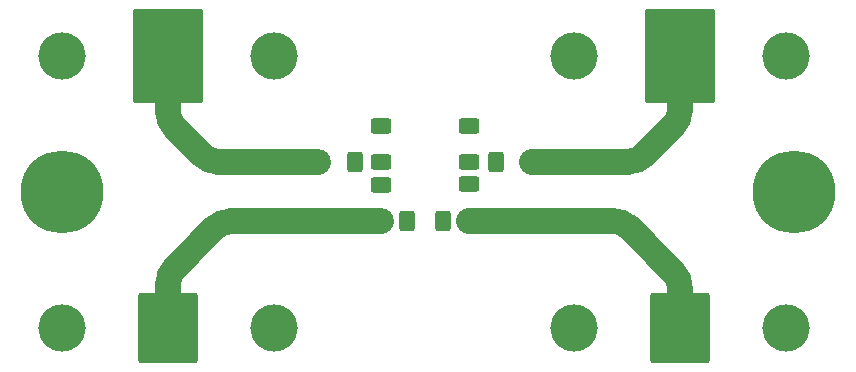
<source format=gbr>
%TF.GenerationSoftware,KiCad,Pcbnew,9.0.1*%
%TF.CreationDate,2025-06-17T00:59:48+02:00*%
%TF.ProjectId,Richtkoppler,52696368-746b-46f7-9070-6c65722e6b69,1.0*%
%TF.SameCoordinates,Original*%
%TF.FileFunction,Soldermask,Top*%
%TF.FilePolarity,Negative*%
%FSLAX46Y46*%
G04 Gerber Fmt 4.6, Leading zero omitted, Abs format (unit mm)*
G04 Created by KiCad (PCBNEW 9.0.1) date 2025-06-17 00:59:48*
%MOMM*%
%LPD*%
G01*
G04 APERTURE LIST*
G04 Aperture macros list*
%AMRoundRect*
0 Rectangle with rounded corners*
0 $1 Rounding radius*
0 $2 $3 $4 $5 $6 $7 $8 $9 X,Y pos of 4 corners*
0 Add a 4 corners polygon primitive as box body*
4,1,4,$2,$3,$4,$5,$6,$7,$8,$9,$2,$3,0*
0 Add four circle primitives for the rounded corners*
1,1,$1+$1,$2,$3*
1,1,$1+$1,$4,$5*
1,1,$1+$1,$6,$7*
1,1,$1+$1,$8,$9*
0 Add four rect primitives between the rounded corners*
20,1,$1+$1,$2,$3,$4,$5,0*
20,1,$1+$1,$4,$5,$6,$7,0*
20,1,$1+$1,$6,$7,$8,$9,0*
20,1,$1+$1,$8,$9,$2,$3,0*%
G04 Aperture macros list end*
%ADD10C,2.200000*%
%ADD11RoundRect,0.250000X0.625000X-0.400000X0.625000X0.400000X-0.625000X0.400000X-0.625000X-0.400000X0*%
%ADD12RoundRect,0.250000X-0.400000X-0.625000X0.400000X-0.625000X0.400000X0.625000X-0.400000X0.625000X0*%
%ADD13RoundRect,0.250000X-0.625000X0.400000X-0.625000X-0.400000X0.625000X-0.400000X0.625000X0.400000X0*%
%ADD14RoundRect,0.250000X0.400000X0.625000X-0.400000X0.625000X-0.400000X-0.625000X0.400000X-0.625000X0*%
%ADD15RoundRect,0.300000X2.700000X-3.700000X2.700000X3.700000X-2.700000X3.700000X-2.700000X-3.700000X0*%
%ADD16C,4.000000*%
%ADD17RoundRect,0.250000X-2.250000X2.750000X-2.250000X-2.750000X2.250000X-2.750000X2.250000X2.750000X0*%
%ADD18C,7.000000*%
G04 APERTURE END LIST*
D10*
X156784314Y-89415685D02*
X154315685Y-91884314D01*
X114000000Y-88200000D02*
X114000000Y-83500000D01*
X151650000Y-97450000D02*
X139500000Y-97450000D01*
X114000000Y-102800000D02*
X114000000Y-106500000D01*
X157349999Y-88049999D02*
G75*
G02*
X156784299Y-89415670I-1931299J-1D01*
G01*
X154315685Y-91884314D02*
G75*
G02*
X152950000Y-92449991I-1365685J1365714D01*
G01*
X117934314Y-98065685D02*
X114565685Y-101434314D01*
X114565685Y-89565685D02*
G75*
G02*
X114000009Y-88200000I1365715J1365685D01*
G01*
X152950000Y-92450000D02*
X144850000Y-92450000D01*
X119300000Y-97500000D02*
X132000000Y-97500000D01*
X117934314Y-98065685D02*
G75*
G02*
X119300000Y-97500008I1365686J-1365715D01*
G01*
X114565685Y-89565685D02*
X116884314Y-91884314D01*
X157350000Y-103150000D02*
X157350000Y-106500000D01*
X118250000Y-92450000D02*
X126700000Y-92450000D01*
X118250000Y-92449999D02*
G75*
G02*
X116884329Y-91884299I0J1931299D01*
G01*
X157350000Y-88050000D02*
X157350000Y-83500000D01*
X153015685Y-98015685D02*
X156784314Y-101784314D01*
X156784314Y-101784313D02*
G75*
G02*
X157349992Y-103150000I-1365714J-1365687D01*
G01*
X114000000Y-102800000D02*
G75*
G02*
X114565679Y-101434308I1931400J0D01*
G01*
X151650000Y-97449999D02*
G75*
G02*
X153015671Y-98015699I0J-1931301D01*
G01*
D11*
%TO.C,R7*%
X139500000Y-97450000D03*
X139500000Y-94350000D03*
%TD*%
D12*
%TO.C,R4*%
X134200000Y-97450000D03*
X137300000Y-97450000D03*
%TD*%
D13*
%TO.C,R5*%
X139500000Y-89400000D03*
X139500000Y-92500000D03*
%TD*%
%TO.C,R2*%
X132000000Y-94400000D03*
X132000000Y-97500000D03*
%TD*%
D14*
%TO.C,R6*%
X144850000Y-92450000D03*
X141750000Y-92450000D03*
%TD*%
D11*
%TO.C,R3*%
X132000000Y-92500000D03*
X132000000Y-89400000D03*
%TD*%
D15*
%TO.C,X1*%
X114000000Y-83500000D03*
D16*
X105000000Y-83500000D03*
X123000000Y-83500000D03*
%TD*%
D17*
%TO.C,X4*%
X157350000Y-106500000D03*
D16*
X166350000Y-106500000D03*
X148350000Y-106500000D03*
%TD*%
D12*
%TO.C,R1*%
X126700000Y-92450000D03*
X129800000Y-92450000D03*
%TD*%
D17*
%TO.C,X2*%
X114000000Y-106500000D03*
D16*
X123000000Y-106500000D03*
X105000000Y-106500000D03*
%TD*%
D15*
%TO.C,X3*%
X157350000Y-83500000D03*
D16*
X148350000Y-83500000D03*
X166350000Y-83500000D03*
%TD*%
D18*
X167000000Y-95000000D03*
X105000000Y-95000000D03*
M02*

</source>
